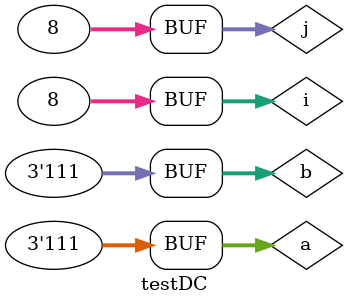
<source format=v>

module operadorMD ( s0,s1,a,b );

output s0,s1;
input a,b;
wire s2,s3,s4,s5,s6;

nor NOR1 (s2,b,b);
nor NOR2 (s3,a,a);
nor NOR3 (s4,s2,s3);
nor NOR4 (s5,a,b);
nor NOR5 (s0,s4,s5);
nor NOR6 (s6,b,b);
nor NOR7 (s1,a,s6);

endmodule

module operadorDC(s0,s1,a,b,c);
output s0,s1;
input a,b,c;
wire s2,s3,s4,s5;

operadorMD MD1(s2,s3,a,b);
operadorMD MD2(s0,s4,s2,c);
nor NOR1(s5,s3,s4);
nor NOR2(s1,s5,s5);

endmodule

module DC3Bits (s,a,b);
output[3:0]s;
input[2:0]a,b;
wire[1:0]c;

operadorMD MD1(s[0],c[0],a[0],b[0]);
operadorDC DC1(s[1],c[1],a[1],b[1],c[0]);
operadorDC DC2(s[2],s[3],a[2],b[2],c[1]);

endmodule

module testDC;
reg[2:0]a,b;
wire[3:0]s;
integer i,j;

DC3Bits DC3B(s,a,b);

initial begin : start

a=0; b=0;

end

initial begin : main

#1 $display ( " Operador Diferença Completa Com Portas Nor - 3 Bits " );
#1 $display ( "   a  -  b   =  s   " );
	$monitor ( " %3b  %3b  = %4b ",a,b,s);
	
	for ( i = 0; i < 8; i = i + 1)begin
	 a = i;
	for ( j = 0; j < 8; j = j + 1)begin
	#1 b = j;
	end
	end
				
end

endmodule

/* Operador Diferença Completa Com Portas Nor - 3 Bits 
       a  -  b   =  s   
     000  000  = 0000 
     000  001  = 1111 
     000  010  = 1110 
     000  011  = 1101 
     000  100  = 1100 
     000  101  = 1011 
     000  110  = 1010 
     001  111  = 1010 
     001  000  = 0001 
     001  001  = 0000 
     001  010  = 1111 
     001  011  = 1110 
     001  100  = 1101 
     001  101  = 1100 
     001  110  = 1011 
     010  111  = 1011 
     010  000  = 0010 
     010  001  = 0001 
     010  010  = 0000 
     010  011  = 1111 
     010  100  = 1110 
     010  101  = 1101 
     010  110  = 1100 
     011  111  = 1100 
     011  000  = 0011 
     011  001  = 0010 
     011  010  = 0001 
     011  011  = 0000 
     011  100  = 1111 
     011  101  = 1110 
     011  110  = 1101 
     100  111  = 1101 
     100  000  = 0100 
     100  001  = 0011 
     100  010  = 0010 
     100  011  = 0001 
     100  100  = 0000 
     100  101  = 1111 
     100  110  = 1110 
     101  111  = 1110 
     101  000  = 0101 
     101  001  = 0100 
     101  010  = 0011 
     101  011  = 0010 
     101  100  = 0001 
     101  101  = 0000 
     101  110  = 1111 
     110  111  = 1111 
     110  000  = 0110 
     110  001  = 0101 
     110  010  = 0100 
     110  011  = 0011 
     110  100  = 0010 
     110  101  = 0001 
     110  110  = 0000 
     111  111  = 0000 
     111  000  = 0111 
     111  001  = 0110 
     111  010  = 0101 
     111  011  = 0100 
     111  100  = 0011 
     111  101  = 0010 
     111  110  = 0001 
     111  111  = 0000
*/

</source>
